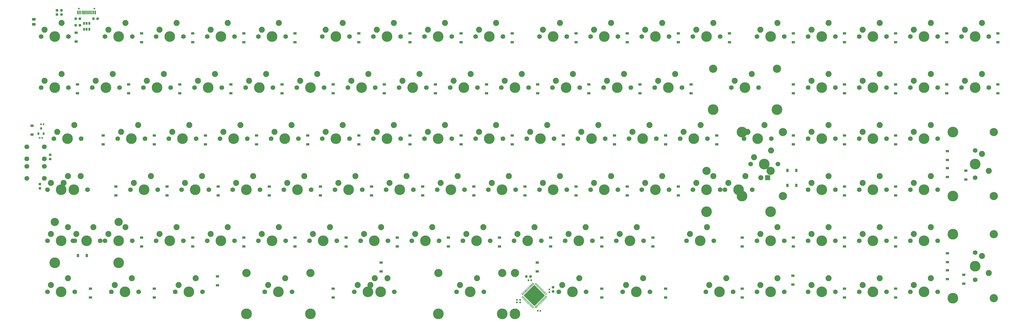
<source format=gbr>
G04 #@! TF.GenerationSoftware,KiCad,Pcbnew,(5.1.7)-1*
G04 #@! TF.CreationDate,2020-11-06T22:12:29-08:00*
G04 #@! TF.ProjectId,PCBV3,50434256-332e-46b6-9963-61645f706362,rev?*
G04 #@! TF.SameCoordinates,Original*
G04 #@! TF.FileFunction,Soldermask,Bot*
G04 #@! TF.FilePolarity,Negative*
%FSLAX46Y46*%
G04 Gerber Fmt 4.6, Leading zero omitted, Abs format (unit mm)*
G04 Created by KiCad (PCBNEW (5.1.7)-1) date 2020-11-06 22:12:29*
%MOMM*%
%LPD*%
G01*
G04 APERTURE LIST*
%ADD10C,2.250000*%
%ADD11C,3.987800*%
%ADD12C,1.750000*%
%ADD13C,3.048000*%
%ADD14R,1.905000X1.905000*%
%ADD15C,1.905000*%
%ADD16R,0.900000X1.200000*%
%ADD17R,0.650000X1.060000*%
%ADD18R,1.200000X0.900000*%
%ADD19R,0.600000X1.450000*%
%ADD20R,0.300000X1.450000*%
%ADD21C,0.650000*%
%ADD22R,0.800000X0.900000*%
%ADD23C,1.800000*%
G04 APERTURE END LIST*
D10*
X287496250Y-144145000D03*
D11*
X284956250Y-149225000D03*
D10*
X281146250Y-146685000D03*
D12*
X279876250Y-149225000D03*
X290036250Y-149225000D03*
D10*
X297021250Y-163195000D03*
D11*
X294481250Y-168275000D03*
D10*
X290671250Y-165735000D03*
D12*
X289401250Y-168275000D03*
X299561250Y-168275000D03*
D11*
X355282500Y-127762000D03*
X355282500Y-151638000D03*
D13*
X370522500Y-127762000D03*
X370522500Y-151638000D03*
D12*
X368617500Y-139700000D03*
X358457500Y-139700000D03*
D14*
X364807500Y-144780000D03*
D15*
X362267500Y-144780000D03*
D10*
X359727500Y-137160000D03*
D11*
X363537500Y-139700000D03*
D10*
X366077500Y-134620000D03*
X256568575Y-182245000D03*
D11*
X254028575Y-187325000D03*
D10*
X250218575Y-184785000D03*
D12*
X248948575Y-187325000D03*
X259108575Y-187325000D03*
D13*
X242122325Y-180340000D03*
X265934825Y-180340000D03*
D11*
X242122325Y-195580000D03*
X265934825Y-195580000D03*
D10*
X185102500Y-182245000D03*
D11*
X182562500Y-187325000D03*
D10*
X178752500Y-184785000D03*
D12*
X177482500Y-187325000D03*
X187642500Y-187325000D03*
D13*
X170656250Y-180340000D03*
X194468750Y-180340000D03*
D11*
X170656250Y-195580000D03*
X194468750Y-195580000D03*
D10*
X223202500Y-182245000D03*
D11*
X220662500Y-187325000D03*
D10*
X216852500Y-184785000D03*
D12*
X215582500Y-187325000D03*
X225742500Y-187325000D03*
D13*
X170662600Y-180340000D03*
X270662400Y-180340000D03*
D11*
X170662600Y-195580000D03*
X270662400Y-195580000D03*
D10*
X104140000Y-163195000D03*
D11*
X101600000Y-168275000D03*
D10*
X97790000Y-165735000D03*
D12*
X96520000Y-168275000D03*
X106680000Y-168275000D03*
D10*
X125571250Y-163195000D03*
D11*
X123031250Y-168275000D03*
D10*
X119221250Y-165735000D03*
D12*
X117951250Y-168275000D03*
X128111250Y-168275000D03*
D16*
X107887500Y-173831250D03*
X111187500Y-173831250D03*
D10*
X344646250Y-144145000D03*
D11*
X342106250Y-149225000D03*
D10*
X338296250Y-146685000D03*
D12*
X337026250Y-149225000D03*
X347186250Y-149225000D03*
D16*
X372206250Y-142081250D03*
X375506250Y-142081250D03*
D10*
X104140000Y-144145000D03*
D11*
X101600000Y-149225000D03*
D10*
X97790000Y-146685000D03*
D12*
X96520000Y-149225000D03*
X106680000Y-149225000D03*
D10*
X101758750Y-86995000D03*
D11*
X99218750Y-92075000D03*
D10*
X95408750Y-89535000D03*
D12*
X94138750Y-92075000D03*
X104298750Y-92075000D03*
D17*
X111125000Y-87165000D03*
X112075000Y-87165000D03*
X110175000Y-87165000D03*
X110175000Y-89365000D03*
X111125000Y-89365000D03*
X112075000Y-89365000D03*
G36*
G01*
X108173000Y-88140250D02*
X108173000Y-87627750D01*
G75*
G02*
X108391750Y-87409000I218750J0D01*
G01*
X108829250Y-87409000D01*
G75*
G02*
X109048000Y-87627750I0J-218750D01*
G01*
X109048000Y-88140250D01*
G75*
G02*
X108829250Y-88359000I-218750J0D01*
G01*
X108391750Y-88359000D01*
G75*
G02*
X108173000Y-88140250I0J218750D01*
G01*
G37*
G36*
G01*
X106598000Y-88140250D02*
X106598000Y-87627750D01*
G75*
G02*
X106816750Y-87409000I218750J0D01*
G01*
X107254250Y-87409000D01*
G75*
G02*
X107473000Y-87627750I0J-218750D01*
G01*
X107473000Y-88140250D01*
G75*
G02*
X107254250Y-88359000I-218750J0D01*
G01*
X106816750Y-88359000D01*
G75*
G02*
X106598000Y-88140250I0J218750D01*
G01*
G37*
G36*
G01*
X114777000Y-85727250D02*
X114777000Y-85214750D01*
G75*
G02*
X114995750Y-84996000I218750J0D01*
G01*
X115433250Y-84996000D01*
G75*
G02*
X115652000Y-85214750I0J-218750D01*
G01*
X115652000Y-85727250D01*
G75*
G02*
X115433250Y-85946000I-218750J0D01*
G01*
X114995750Y-85946000D01*
G75*
G02*
X114777000Y-85727250I0J218750D01*
G01*
G37*
G36*
G01*
X113202000Y-85727250D02*
X113202000Y-85214750D01*
G75*
G02*
X113420750Y-84996000I218750J0D01*
G01*
X113858250Y-84996000D01*
G75*
G02*
X114077000Y-85214750I0J-218750D01*
G01*
X114077000Y-85727250D01*
G75*
G02*
X113858250Y-85946000I-218750J0D01*
G01*
X113420750Y-85946000D01*
G75*
G02*
X113202000Y-85727250I0J218750D01*
G01*
G37*
G36*
G01*
X107473000Y-85214750D02*
X107473000Y-85727250D01*
G75*
G02*
X107254250Y-85946000I-218750J0D01*
G01*
X106816750Y-85946000D01*
G75*
G02*
X106598000Y-85727250I0J218750D01*
G01*
X106598000Y-85214750D01*
G75*
G02*
X106816750Y-84996000I218750J0D01*
G01*
X107254250Y-84996000D01*
G75*
G02*
X107473000Y-85214750I0J-218750D01*
G01*
G37*
G36*
G01*
X109048000Y-85214750D02*
X109048000Y-85727250D01*
G75*
G02*
X108829250Y-85946000I-218750J0D01*
G01*
X108391750Y-85946000D01*
G75*
G02*
X108173000Y-85727250I0J218750D01*
G01*
X108173000Y-85214750D01*
G75*
G02*
X108391750Y-84996000I218750J0D01*
G01*
X108829250Y-84996000D01*
G75*
G02*
X109048000Y-85214750I0J-218750D01*
G01*
G37*
G36*
G01*
X101464400Y-83458800D02*
X101976900Y-83458800D01*
G75*
G02*
X102195650Y-83677550I0J-218750D01*
G01*
X102195650Y-84115050D01*
G75*
G02*
X101976900Y-84333800I-218750J0D01*
G01*
X101464400Y-84333800D01*
G75*
G02*
X101245650Y-84115050I0J218750D01*
G01*
X101245650Y-83677550D01*
G75*
G02*
X101464400Y-83458800I218750J0D01*
G01*
G37*
G36*
G01*
X101464400Y-81883800D02*
X101976900Y-81883800D01*
G75*
G02*
X102195650Y-82102550I0J-218750D01*
G01*
X102195650Y-82540050D01*
G75*
G02*
X101976900Y-82758800I-218750J0D01*
G01*
X101464400Y-82758800D01*
G75*
G02*
X101245650Y-82540050I0J218750D01*
G01*
X101245650Y-82102550D01*
G75*
G02*
X101464400Y-81883800I218750J0D01*
G01*
G37*
G36*
G01*
X100325900Y-82758800D02*
X99813400Y-82758800D01*
G75*
G02*
X99594650Y-82540050I0J218750D01*
G01*
X99594650Y-82102550D01*
G75*
G02*
X99813400Y-81883800I218750J0D01*
G01*
X100325900Y-81883800D01*
G75*
G02*
X100544650Y-82102550I0J-218750D01*
G01*
X100544650Y-82540050D01*
G75*
G02*
X100325900Y-82758800I-218750J0D01*
G01*
G37*
G36*
G01*
X100325900Y-84333800D02*
X99813400Y-84333800D01*
G75*
G02*
X99594650Y-84115050I0J218750D01*
G01*
X99594650Y-83677550D01*
G75*
G02*
X99813400Y-83458800I218750J0D01*
G01*
X100325900Y-83458800D01*
G75*
G02*
X100544650Y-83677550I0J-218750D01*
G01*
X100544650Y-84115050D01*
G75*
G02*
X100325900Y-84333800I-218750J0D01*
G01*
G37*
D10*
X125571250Y-86995000D03*
D11*
X123031250Y-92075000D03*
D10*
X119221250Y-89535000D03*
D12*
X117951250Y-92075000D03*
X128111250Y-92075000D03*
D18*
X90773250Y-128713500D03*
X90773250Y-125413500D03*
D10*
X447198750Y-142240000D03*
D11*
X442118750Y-139700000D03*
D10*
X444658750Y-135890000D03*
D12*
X442118750Y-134620000D03*
X442118750Y-144780000D03*
D13*
X449103750Y-127793750D03*
X449103750Y-151606250D03*
D11*
X433863750Y-127793750D03*
X433863750Y-151606250D03*
D10*
X106521250Y-125095000D03*
D11*
X103981250Y-130175000D03*
D10*
X100171250Y-127635000D03*
D12*
X98901250Y-130175000D03*
X109061250Y-130175000D03*
D10*
X339883750Y-125095000D03*
D11*
X337343750Y-130175000D03*
D10*
X333533750Y-127635000D03*
D12*
X332263750Y-130175000D03*
X342423750Y-130175000D03*
D10*
X320833750Y-125095000D03*
D11*
X318293750Y-130175000D03*
D10*
X314483750Y-127635000D03*
D12*
X313213750Y-130175000D03*
X323373750Y-130175000D03*
D10*
X301783750Y-125095000D03*
D11*
X299243750Y-130175000D03*
D10*
X295433750Y-127635000D03*
D12*
X294163750Y-130175000D03*
X304323750Y-130175000D03*
D10*
X282733750Y-125095000D03*
D11*
X280193750Y-130175000D03*
D10*
X276383750Y-127635000D03*
D12*
X275113750Y-130175000D03*
X285273750Y-130175000D03*
D10*
X263683750Y-125095000D03*
D11*
X261143750Y-130175000D03*
D10*
X257333750Y-127635000D03*
D12*
X256063750Y-130175000D03*
X266223750Y-130175000D03*
D10*
X244633750Y-125095000D03*
D11*
X242093750Y-130175000D03*
D10*
X238283750Y-127635000D03*
D12*
X237013750Y-130175000D03*
X247173750Y-130175000D03*
D10*
X225583750Y-125095000D03*
D11*
X223043750Y-130175000D03*
D10*
X219233750Y-127635000D03*
D12*
X217963750Y-130175000D03*
X228123750Y-130175000D03*
D10*
X206533750Y-125095000D03*
D11*
X203993750Y-130175000D03*
D10*
X200183750Y-127635000D03*
D12*
X198913750Y-130175000D03*
X209073750Y-130175000D03*
D10*
X187483750Y-125095000D03*
D11*
X184943750Y-130175000D03*
D10*
X181133750Y-127635000D03*
D12*
X179863750Y-130175000D03*
X190023750Y-130175000D03*
D10*
X168433750Y-125095000D03*
D11*
X165893750Y-130175000D03*
D10*
X162083750Y-127635000D03*
D12*
X160813750Y-130175000D03*
X170973750Y-130175000D03*
D10*
X149383750Y-125095000D03*
D11*
X146843750Y-130175000D03*
D10*
X143033750Y-127635000D03*
D12*
X141763750Y-130175000D03*
X151923750Y-130175000D03*
D10*
X130333750Y-125095000D03*
D11*
X127793750Y-130175000D03*
D10*
X123983750Y-127635000D03*
D12*
X122713750Y-130175000D03*
X132873750Y-130175000D03*
D10*
X447198750Y-180340000D03*
D11*
X442118750Y-177800000D03*
D10*
X444658750Y-173990000D03*
D12*
X442118750Y-172720000D03*
X442118750Y-182880000D03*
D13*
X449103750Y-165893750D03*
X449103750Y-189706250D03*
D11*
X433863750Y-165893750D03*
X433863750Y-189706250D03*
D10*
X425608750Y-182245000D03*
D11*
X423068750Y-187325000D03*
D10*
X419258750Y-184785000D03*
D12*
X417988750Y-187325000D03*
X428148750Y-187325000D03*
D10*
X406558750Y-182245000D03*
D11*
X404018750Y-187325000D03*
D10*
X400208750Y-184785000D03*
D12*
X398938750Y-187325000D03*
X409098750Y-187325000D03*
D10*
X387508750Y-182245000D03*
D11*
X384968750Y-187325000D03*
D10*
X381158750Y-184785000D03*
D12*
X379888750Y-187325000D03*
X390048750Y-187325000D03*
D10*
X368458750Y-182245000D03*
D11*
X365918750Y-187325000D03*
D10*
X362108750Y-184785000D03*
D12*
X360838750Y-187325000D03*
X370998750Y-187325000D03*
D10*
X349408750Y-182245000D03*
D11*
X346868750Y-187325000D03*
D10*
X343058750Y-184785000D03*
D12*
X341788750Y-187325000D03*
X351948750Y-187325000D03*
D10*
X318452500Y-182245000D03*
D11*
X315912500Y-187325000D03*
D10*
X312102500Y-184785000D03*
D12*
X310832500Y-187325000D03*
X320992500Y-187325000D03*
D10*
X294640000Y-182245000D03*
D11*
X292100000Y-187325000D03*
D10*
X288290000Y-184785000D03*
D12*
X287020000Y-187325000D03*
X297180000Y-187325000D03*
D10*
X218440000Y-182245000D03*
D11*
X215900000Y-187325000D03*
D10*
X212090000Y-184785000D03*
D12*
X210820000Y-187325000D03*
X220980000Y-187325000D03*
D10*
X151765000Y-182245000D03*
D11*
X149225000Y-187325000D03*
D10*
X145415000Y-184785000D03*
D12*
X144145000Y-187325000D03*
X154305000Y-187325000D03*
D10*
X127952500Y-182245000D03*
D11*
X125412500Y-187325000D03*
D10*
X121602500Y-184785000D03*
D12*
X120332500Y-187325000D03*
X130492500Y-187325000D03*
D10*
X104140000Y-182245000D03*
D11*
X101600000Y-187325000D03*
D10*
X97790000Y-184785000D03*
D12*
X96520000Y-187325000D03*
X106680000Y-187325000D03*
D10*
X425608750Y-163195000D03*
D11*
X423068750Y-168275000D03*
D10*
X419258750Y-165735000D03*
D12*
X417988750Y-168275000D03*
X428148750Y-168275000D03*
D10*
X406558750Y-163195000D03*
D11*
X404018750Y-168275000D03*
D10*
X400208750Y-165735000D03*
D12*
X398938750Y-168275000D03*
X409098750Y-168275000D03*
D10*
X387508750Y-163195000D03*
D11*
X384968750Y-168275000D03*
D10*
X381158750Y-165735000D03*
D12*
X379888750Y-168275000D03*
X390048750Y-168275000D03*
D10*
X368458750Y-163195000D03*
D11*
X365918750Y-168275000D03*
D10*
X362108750Y-165735000D03*
D12*
X360838750Y-168275000D03*
X370998750Y-168275000D03*
D10*
X342265000Y-163195000D03*
D11*
X339725000Y-168275000D03*
D10*
X335915000Y-165735000D03*
D12*
X334645000Y-168275000D03*
X344805000Y-168275000D03*
D10*
X316071250Y-163195000D03*
D11*
X313531250Y-168275000D03*
D10*
X309721250Y-165735000D03*
D12*
X308451250Y-168275000D03*
X318611250Y-168275000D03*
D10*
X277971250Y-163195000D03*
D11*
X275431250Y-168275000D03*
D10*
X271621250Y-165735000D03*
D12*
X270351250Y-168275000D03*
X280511250Y-168275000D03*
D10*
X258921250Y-163195000D03*
D11*
X256381250Y-168275000D03*
D10*
X252571250Y-165735000D03*
D12*
X251301250Y-168275000D03*
X261461250Y-168275000D03*
D10*
X239871250Y-163195000D03*
D11*
X237331250Y-168275000D03*
D10*
X233521250Y-165735000D03*
D12*
X232251250Y-168275000D03*
X242411250Y-168275000D03*
D10*
X220821250Y-163195000D03*
D11*
X218281250Y-168275000D03*
D10*
X214471250Y-165735000D03*
D12*
X213201250Y-168275000D03*
X223361250Y-168275000D03*
D10*
X201771250Y-163195000D03*
D11*
X199231250Y-168275000D03*
D10*
X195421250Y-165735000D03*
D12*
X194151250Y-168275000D03*
X204311250Y-168275000D03*
D10*
X182721250Y-163195000D03*
D11*
X180181250Y-168275000D03*
D10*
X176371250Y-165735000D03*
D12*
X175101250Y-168275000D03*
X185261250Y-168275000D03*
D10*
X163671250Y-163195000D03*
D11*
X161131250Y-168275000D03*
D10*
X157321250Y-165735000D03*
D12*
X156051250Y-168275000D03*
X166211250Y-168275000D03*
D10*
X144621250Y-163195000D03*
D11*
X142081250Y-168275000D03*
D10*
X138271250Y-165735000D03*
D12*
X137001250Y-168275000D03*
X147161250Y-168275000D03*
D10*
X113665000Y-163195000D03*
D11*
X111125000Y-168275000D03*
D10*
X107315000Y-165735000D03*
D12*
X106045000Y-168275000D03*
X116205000Y-168275000D03*
D13*
X99218750Y-161290000D03*
X123031250Y-161290000D03*
D11*
X99218750Y-176530000D03*
X123031250Y-176530000D03*
D10*
X425608750Y-144145000D03*
D11*
X423068750Y-149225000D03*
D10*
X419258750Y-146685000D03*
D12*
X417988750Y-149225000D03*
X428148750Y-149225000D03*
D10*
X406558750Y-144145000D03*
D11*
X404018750Y-149225000D03*
D10*
X400208750Y-146685000D03*
D12*
X398938750Y-149225000D03*
X409098750Y-149225000D03*
D10*
X387508750Y-144145000D03*
D11*
X384968750Y-149225000D03*
D10*
X381158750Y-146685000D03*
D12*
X379888750Y-149225000D03*
X390048750Y-149225000D03*
D10*
X356552500Y-144145000D03*
D11*
X354012500Y-149225000D03*
D10*
X350202500Y-146685000D03*
D12*
X348932500Y-149225000D03*
X359092500Y-149225000D03*
D13*
X342106250Y-142240000D03*
X365918750Y-142240000D03*
D11*
X342106250Y-157480000D03*
X365918750Y-157480000D03*
D10*
X325596250Y-144145000D03*
D11*
X323056250Y-149225000D03*
D10*
X319246250Y-146685000D03*
D12*
X317976250Y-149225000D03*
X328136250Y-149225000D03*
D10*
X306546250Y-144145000D03*
D11*
X304006250Y-149225000D03*
D10*
X300196250Y-146685000D03*
D12*
X298926250Y-149225000D03*
X309086250Y-149225000D03*
D10*
X268446250Y-144145000D03*
D11*
X265906250Y-149225000D03*
D10*
X262096250Y-146685000D03*
D12*
X260826250Y-149225000D03*
X270986250Y-149225000D03*
D10*
X249396250Y-144145000D03*
D11*
X246856250Y-149225000D03*
D10*
X243046250Y-146685000D03*
D12*
X241776250Y-149225000D03*
X251936250Y-149225000D03*
D10*
X230346250Y-144145000D03*
D11*
X227806250Y-149225000D03*
D10*
X223996250Y-146685000D03*
D12*
X222726250Y-149225000D03*
X232886250Y-149225000D03*
D10*
X211296250Y-144145000D03*
D11*
X208756250Y-149225000D03*
D10*
X204946250Y-146685000D03*
D12*
X203676250Y-149225000D03*
X213836250Y-149225000D03*
D10*
X192246250Y-144145000D03*
D11*
X189706250Y-149225000D03*
D10*
X185896250Y-146685000D03*
D12*
X184626250Y-149225000D03*
X194786250Y-149225000D03*
D10*
X173196250Y-144145000D03*
D11*
X170656250Y-149225000D03*
D10*
X166846250Y-146685000D03*
D12*
X165576250Y-149225000D03*
X175736250Y-149225000D03*
D10*
X154146250Y-144145000D03*
D11*
X151606250Y-149225000D03*
D10*
X147796250Y-146685000D03*
D12*
X146526250Y-149225000D03*
X156686250Y-149225000D03*
D10*
X135096250Y-144145000D03*
D11*
X132556250Y-149225000D03*
D10*
X128746250Y-146685000D03*
D12*
X127476250Y-149225000D03*
X137636250Y-149225000D03*
D10*
X108902500Y-144145000D03*
D11*
X106362500Y-149225000D03*
D10*
X102552500Y-146685000D03*
D12*
X101282500Y-149225000D03*
X111442500Y-149225000D03*
D10*
X425608750Y-125095000D03*
D11*
X423068750Y-130175000D03*
D10*
X419258750Y-127635000D03*
D12*
X417988750Y-130175000D03*
X428148750Y-130175000D03*
D10*
X406558750Y-125095000D03*
D11*
X404018750Y-130175000D03*
D10*
X400208750Y-127635000D03*
D12*
X398938750Y-130175000D03*
X409098750Y-130175000D03*
D10*
X387508750Y-125095000D03*
D11*
X384968750Y-130175000D03*
D10*
X381158750Y-127635000D03*
D12*
X379888750Y-130175000D03*
X390048750Y-130175000D03*
D10*
X363696250Y-125095000D03*
D11*
X361156250Y-130175000D03*
D10*
X357346250Y-127635000D03*
D12*
X356076250Y-130175000D03*
X366236250Y-130175000D03*
D10*
X444658750Y-106045000D03*
D11*
X442118750Y-111125000D03*
D10*
X438308750Y-108585000D03*
D12*
X437038750Y-111125000D03*
X447198750Y-111125000D03*
D10*
X425608750Y-106045000D03*
D11*
X423068750Y-111125000D03*
D10*
X419258750Y-108585000D03*
D12*
X417988750Y-111125000D03*
X428148750Y-111125000D03*
D10*
X406558750Y-106045000D03*
D11*
X404018750Y-111125000D03*
D10*
X400208750Y-108585000D03*
D12*
X398938750Y-111125000D03*
X409098750Y-111125000D03*
D10*
X387508750Y-106045000D03*
D11*
X384968750Y-111125000D03*
D10*
X381158750Y-108585000D03*
D12*
X379888750Y-111125000D03*
X390048750Y-111125000D03*
D10*
X358933750Y-106045000D03*
D11*
X356393750Y-111125000D03*
D10*
X352583750Y-108585000D03*
D12*
X351313750Y-111125000D03*
X361473750Y-111125000D03*
D13*
X344487500Y-104140000D03*
X368300000Y-104140000D03*
D11*
X344487500Y-119380000D03*
X368300000Y-119380000D03*
D10*
X330358750Y-106045000D03*
D11*
X327818750Y-111125000D03*
D10*
X324008750Y-108585000D03*
D12*
X322738750Y-111125000D03*
X332898750Y-111125000D03*
D10*
X311308750Y-106045000D03*
D11*
X308768750Y-111125000D03*
D10*
X304958750Y-108585000D03*
D12*
X303688750Y-111125000D03*
X313848750Y-111125000D03*
D10*
X292258750Y-106045000D03*
D11*
X289718750Y-111125000D03*
D10*
X285908750Y-108585000D03*
D12*
X284638750Y-111125000D03*
X294798750Y-111125000D03*
D10*
X273208750Y-106045000D03*
D11*
X270668750Y-111125000D03*
D10*
X266858750Y-108585000D03*
D12*
X265588750Y-111125000D03*
X275748750Y-111125000D03*
D10*
X254158750Y-106045000D03*
D11*
X251618750Y-111125000D03*
D10*
X247808750Y-108585000D03*
D12*
X246538750Y-111125000D03*
X256698750Y-111125000D03*
D10*
X235108750Y-106045000D03*
D11*
X232568750Y-111125000D03*
D10*
X228758750Y-108585000D03*
D12*
X227488750Y-111125000D03*
X237648750Y-111125000D03*
D10*
X216058750Y-106045000D03*
D11*
X213518750Y-111125000D03*
D10*
X209708750Y-108585000D03*
D12*
X208438750Y-111125000D03*
X218598750Y-111125000D03*
D10*
X197008750Y-106045000D03*
D11*
X194468750Y-111125000D03*
D10*
X190658750Y-108585000D03*
D12*
X189388750Y-111125000D03*
X199548750Y-111125000D03*
D10*
X177958750Y-106045000D03*
D11*
X175418750Y-111125000D03*
D10*
X171608750Y-108585000D03*
D12*
X170338750Y-111125000D03*
X180498750Y-111125000D03*
D10*
X158908750Y-106045000D03*
D11*
X156368750Y-111125000D03*
D10*
X152558750Y-108585000D03*
D12*
X151288750Y-111125000D03*
X161448750Y-111125000D03*
D10*
X139858750Y-106045000D03*
D11*
X137318750Y-111125000D03*
D10*
X133508750Y-108585000D03*
D12*
X132238750Y-111125000D03*
X142398750Y-111125000D03*
D10*
X120808750Y-106045000D03*
D11*
X118268750Y-111125000D03*
D10*
X114458750Y-108585000D03*
D12*
X113188750Y-111125000D03*
X123348750Y-111125000D03*
D10*
X101758750Y-106045000D03*
D11*
X99218750Y-111125000D03*
D10*
X95408750Y-108585000D03*
D12*
X94138750Y-111125000D03*
X104298750Y-111125000D03*
D10*
X444658750Y-86995000D03*
D11*
X442118750Y-92075000D03*
D10*
X438308750Y-89535000D03*
D12*
X437038750Y-92075000D03*
X447198750Y-92075000D03*
D10*
X425608750Y-86995000D03*
D11*
X423068750Y-92075000D03*
D10*
X419258750Y-89535000D03*
D12*
X417988750Y-92075000D03*
X428148750Y-92075000D03*
D10*
X406558750Y-86995000D03*
D11*
X404018750Y-92075000D03*
D10*
X400208750Y-89535000D03*
D12*
X398938750Y-92075000D03*
X409098750Y-92075000D03*
D10*
X387508750Y-86995000D03*
D11*
X384968750Y-92075000D03*
D10*
X381158750Y-89535000D03*
D12*
X379888750Y-92075000D03*
X390048750Y-92075000D03*
D10*
X368458750Y-86995000D03*
D11*
X365918750Y-92075000D03*
D10*
X362108750Y-89535000D03*
D12*
X360838750Y-92075000D03*
X370998750Y-92075000D03*
D10*
X344646250Y-86995000D03*
D11*
X342106250Y-92075000D03*
D10*
X338296250Y-89535000D03*
D12*
X337026250Y-92075000D03*
X347186250Y-92075000D03*
D10*
X325596250Y-86995000D03*
D11*
X323056250Y-92075000D03*
D10*
X319246250Y-89535000D03*
D12*
X317976250Y-92075000D03*
X328136250Y-92075000D03*
D10*
X306546250Y-86995000D03*
D11*
X304006250Y-92075000D03*
D10*
X300196250Y-89535000D03*
D12*
X298926250Y-92075000D03*
X309086250Y-92075000D03*
D10*
X287496250Y-86995000D03*
D11*
X284956250Y-92075000D03*
D10*
X281146250Y-89535000D03*
D12*
X279876250Y-92075000D03*
X290036250Y-92075000D03*
D10*
X263683750Y-86995000D03*
D11*
X261143750Y-92075000D03*
D10*
X257333750Y-89535000D03*
D12*
X256063750Y-92075000D03*
X266223750Y-92075000D03*
D10*
X244633750Y-86995000D03*
D11*
X242093750Y-92075000D03*
D10*
X238283750Y-89535000D03*
D12*
X237013750Y-92075000D03*
X247173750Y-92075000D03*
D10*
X225583750Y-86995000D03*
D11*
X223043750Y-92075000D03*
D10*
X219233750Y-89535000D03*
D12*
X217963750Y-92075000D03*
X228123750Y-92075000D03*
D10*
X206533750Y-86995000D03*
D11*
X203993750Y-92075000D03*
D10*
X200183750Y-89535000D03*
D12*
X198913750Y-92075000D03*
X209073750Y-92075000D03*
D10*
X182721250Y-86995000D03*
D11*
X180181250Y-92075000D03*
D10*
X176371250Y-89535000D03*
D12*
X175101250Y-92075000D03*
X185261250Y-92075000D03*
D10*
X163671250Y-86995000D03*
D11*
X161131250Y-92075000D03*
D10*
X157321250Y-89535000D03*
D12*
X156051250Y-92075000D03*
X166211250Y-92075000D03*
D10*
X144621250Y-86995000D03*
D11*
X142081250Y-92075000D03*
D10*
X138271250Y-89535000D03*
D12*
X137001250Y-92075000D03*
X147161250Y-92075000D03*
D19*
X114350000Y-83101250D03*
X107900000Y-83101250D03*
X113575000Y-83101250D03*
X108675000Y-83101250D03*
D20*
X109375000Y-83101250D03*
X112875000Y-83101250D03*
X109875000Y-83101250D03*
X112375000Y-83101250D03*
X110375000Y-83101250D03*
X111875000Y-83101250D03*
X111375000Y-83101250D03*
X110875000Y-83101250D03*
D21*
X114015000Y-81656250D03*
X108235000Y-81656250D03*
D22*
X94126050Y-126355600D03*
X93176050Y-128355600D03*
X95076050Y-128355600D03*
G36*
G01*
X278571314Y-193449475D02*
X278040984Y-192919145D01*
G75*
G02*
X278040984Y-192830757I44194J44194D01*
G01*
X278129372Y-192742369D01*
G75*
G02*
X278217760Y-192742369I44194J-44194D01*
G01*
X278748090Y-193272699D01*
G75*
G02*
X278748090Y-193361087I-44194J-44194D01*
G01*
X278659702Y-193449475D01*
G75*
G02*
X278571314Y-193449475I-44194J44194D01*
G01*
G37*
G36*
G01*
X278924867Y-193095922D02*
X278394537Y-192565592D01*
G75*
G02*
X278394537Y-192477204I44194J44194D01*
G01*
X278482925Y-192388816D01*
G75*
G02*
X278571313Y-192388816I44194J-44194D01*
G01*
X279101643Y-192919146D01*
G75*
G02*
X279101643Y-193007534I-44194J-44194D01*
G01*
X279013255Y-193095922D01*
G75*
G02*
X278924867Y-193095922I-44194J44194D01*
G01*
G37*
G36*
G01*
X279278421Y-192742368D02*
X278748091Y-192212038D01*
G75*
G02*
X278748091Y-192123650I44194J44194D01*
G01*
X278836479Y-192035262D01*
G75*
G02*
X278924867Y-192035262I44194J-44194D01*
G01*
X279455197Y-192565592D01*
G75*
G02*
X279455197Y-192653980I-44194J-44194D01*
G01*
X279366809Y-192742368D01*
G75*
G02*
X279278421Y-192742368I-44194J44194D01*
G01*
G37*
G36*
G01*
X279631974Y-192388815D02*
X279101644Y-191858485D01*
G75*
G02*
X279101644Y-191770097I44194J44194D01*
G01*
X279190032Y-191681709D01*
G75*
G02*
X279278420Y-191681709I44194J-44194D01*
G01*
X279808750Y-192212039D01*
G75*
G02*
X279808750Y-192300427I-44194J-44194D01*
G01*
X279720362Y-192388815D01*
G75*
G02*
X279631974Y-192388815I-44194J44194D01*
G01*
G37*
G36*
G01*
X279985527Y-192035262D02*
X279455197Y-191504932D01*
G75*
G02*
X279455197Y-191416544I44194J44194D01*
G01*
X279543585Y-191328156D01*
G75*
G02*
X279631973Y-191328156I44194J-44194D01*
G01*
X280162303Y-191858486D01*
G75*
G02*
X280162303Y-191946874I-44194J-44194D01*
G01*
X280073915Y-192035262D01*
G75*
G02*
X279985527Y-192035262I-44194J44194D01*
G01*
G37*
G36*
G01*
X280339081Y-191681708D02*
X279808751Y-191151378D01*
G75*
G02*
X279808751Y-191062990I44194J44194D01*
G01*
X279897139Y-190974602D01*
G75*
G02*
X279985527Y-190974602I44194J-44194D01*
G01*
X280515857Y-191504932D01*
G75*
G02*
X280515857Y-191593320I-44194J-44194D01*
G01*
X280427469Y-191681708D01*
G75*
G02*
X280339081Y-191681708I-44194J44194D01*
G01*
G37*
G36*
G01*
X280692634Y-191328155D02*
X280162304Y-190797825D01*
G75*
G02*
X280162304Y-190709437I44194J44194D01*
G01*
X280250692Y-190621049D01*
G75*
G02*
X280339080Y-190621049I44194J-44194D01*
G01*
X280869410Y-191151379D01*
G75*
G02*
X280869410Y-191239767I-44194J-44194D01*
G01*
X280781022Y-191328155D01*
G75*
G02*
X280692634Y-191328155I-44194J44194D01*
G01*
G37*
G36*
G01*
X281046188Y-190974601D02*
X280515858Y-190444271D01*
G75*
G02*
X280515858Y-190355883I44194J44194D01*
G01*
X280604246Y-190267495D01*
G75*
G02*
X280692634Y-190267495I44194J-44194D01*
G01*
X281222964Y-190797825D01*
G75*
G02*
X281222964Y-190886213I-44194J-44194D01*
G01*
X281134576Y-190974601D01*
G75*
G02*
X281046188Y-190974601I-44194J44194D01*
G01*
G37*
G36*
G01*
X281399741Y-190621048D02*
X280869411Y-190090718D01*
G75*
G02*
X280869411Y-190002330I44194J44194D01*
G01*
X280957799Y-189913942D01*
G75*
G02*
X281046187Y-189913942I44194J-44194D01*
G01*
X281576517Y-190444272D01*
G75*
G02*
X281576517Y-190532660I-44194J-44194D01*
G01*
X281488129Y-190621048D01*
G75*
G02*
X281399741Y-190621048I-44194J44194D01*
G01*
G37*
G36*
G01*
X281753294Y-190267495D02*
X281222964Y-189737165D01*
G75*
G02*
X281222964Y-189648777I44194J44194D01*
G01*
X281311352Y-189560389D01*
G75*
G02*
X281399740Y-189560389I44194J-44194D01*
G01*
X281930070Y-190090719D01*
G75*
G02*
X281930070Y-190179107I-44194J-44194D01*
G01*
X281841682Y-190267495D01*
G75*
G02*
X281753294Y-190267495I-44194J44194D01*
G01*
G37*
G36*
G01*
X282106848Y-189913941D02*
X281576518Y-189383611D01*
G75*
G02*
X281576518Y-189295223I44194J44194D01*
G01*
X281664906Y-189206835D01*
G75*
G02*
X281753294Y-189206835I44194J-44194D01*
G01*
X282283624Y-189737165D01*
G75*
G02*
X282283624Y-189825553I-44194J-44194D01*
G01*
X282195236Y-189913941D01*
G75*
G02*
X282106848Y-189913941I-44194J44194D01*
G01*
G37*
G36*
G01*
X282460401Y-189560388D02*
X281930071Y-189030058D01*
G75*
G02*
X281930071Y-188941670I44194J44194D01*
G01*
X282018459Y-188853282D01*
G75*
G02*
X282106847Y-188853282I44194J-44194D01*
G01*
X282637177Y-189383612D01*
G75*
G02*
X282637177Y-189472000I-44194J-44194D01*
G01*
X282548789Y-189560388D01*
G75*
G02*
X282460401Y-189560388I-44194J44194D01*
G01*
G37*
G36*
G01*
X282018459Y-188588116D02*
X281930071Y-188499728D01*
G75*
G02*
X281930071Y-188411340I44194J44194D01*
G01*
X282460401Y-187881010D01*
G75*
G02*
X282548789Y-187881010I44194J-44194D01*
G01*
X282637177Y-187969398D01*
G75*
G02*
X282637177Y-188057786I-44194J-44194D01*
G01*
X282106847Y-188588116D01*
G75*
G02*
X282018459Y-188588116I-44194J44194D01*
G01*
G37*
G36*
G01*
X281664906Y-188234563D02*
X281576518Y-188146175D01*
G75*
G02*
X281576518Y-188057787I44194J44194D01*
G01*
X282106848Y-187527457D01*
G75*
G02*
X282195236Y-187527457I44194J-44194D01*
G01*
X282283624Y-187615845D01*
G75*
G02*
X282283624Y-187704233I-44194J-44194D01*
G01*
X281753294Y-188234563D01*
G75*
G02*
X281664906Y-188234563I-44194J44194D01*
G01*
G37*
G36*
G01*
X281311352Y-187881009D02*
X281222964Y-187792621D01*
G75*
G02*
X281222964Y-187704233I44194J44194D01*
G01*
X281753294Y-187173903D01*
G75*
G02*
X281841682Y-187173903I44194J-44194D01*
G01*
X281930070Y-187262291D01*
G75*
G02*
X281930070Y-187350679I-44194J-44194D01*
G01*
X281399740Y-187881009D01*
G75*
G02*
X281311352Y-187881009I-44194J44194D01*
G01*
G37*
G36*
G01*
X280957799Y-187527456D02*
X280869411Y-187439068D01*
G75*
G02*
X280869411Y-187350680I44194J44194D01*
G01*
X281399741Y-186820350D01*
G75*
G02*
X281488129Y-186820350I44194J-44194D01*
G01*
X281576517Y-186908738D01*
G75*
G02*
X281576517Y-186997126I-44194J-44194D01*
G01*
X281046187Y-187527456D01*
G75*
G02*
X280957799Y-187527456I-44194J44194D01*
G01*
G37*
G36*
G01*
X280604246Y-187173903D02*
X280515858Y-187085515D01*
G75*
G02*
X280515858Y-186997127I44194J44194D01*
G01*
X281046188Y-186466797D01*
G75*
G02*
X281134576Y-186466797I44194J-44194D01*
G01*
X281222964Y-186555185D01*
G75*
G02*
X281222964Y-186643573I-44194J-44194D01*
G01*
X280692634Y-187173903D01*
G75*
G02*
X280604246Y-187173903I-44194J44194D01*
G01*
G37*
G36*
G01*
X280250692Y-186820349D02*
X280162304Y-186731961D01*
G75*
G02*
X280162304Y-186643573I44194J44194D01*
G01*
X280692634Y-186113243D01*
G75*
G02*
X280781022Y-186113243I44194J-44194D01*
G01*
X280869410Y-186201631D01*
G75*
G02*
X280869410Y-186290019I-44194J-44194D01*
G01*
X280339080Y-186820349D01*
G75*
G02*
X280250692Y-186820349I-44194J44194D01*
G01*
G37*
G36*
G01*
X279897139Y-186466796D02*
X279808751Y-186378408D01*
G75*
G02*
X279808751Y-186290020I44194J44194D01*
G01*
X280339081Y-185759690D01*
G75*
G02*
X280427469Y-185759690I44194J-44194D01*
G01*
X280515857Y-185848078D01*
G75*
G02*
X280515857Y-185936466I-44194J-44194D01*
G01*
X279985527Y-186466796D01*
G75*
G02*
X279897139Y-186466796I-44194J44194D01*
G01*
G37*
G36*
G01*
X279543585Y-186113242D02*
X279455197Y-186024854D01*
G75*
G02*
X279455197Y-185936466I44194J44194D01*
G01*
X279985527Y-185406136D01*
G75*
G02*
X280073915Y-185406136I44194J-44194D01*
G01*
X280162303Y-185494524D01*
G75*
G02*
X280162303Y-185582912I-44194J-44194D01*
G01*
X279631973Y-186113242D01*
G75*
G02*
X279543585Y-186113242I-44194J44194D01*
G01*
G37*
G36*
G01*
X279190032Y-185759689D02*
X279101644Y-185671301D01*
G75*
G02*
X279101644Y-185582913I44194J44194D01*
G01*
X279631974Y-185052583D01*
G75*
G02*
X279720362Y-185052583I44194J-44194D01*
G01*
X279808750Y-185140971D01*
G75*
G02*
X279808750Y-185229359I-44194J-44194D01*
G01*
X279278420Y-185759689D01*
G75*
G02*
X279190032Y-185759689I-44194J44194D01*
G01*
G37*
G36*
G01*
X278836479Y-185406136D02*
X278748091Y-185317748D01*
G75*
G02*
X278748091Y-185229360I44194J44194D01*
G01*
X279278421Y-184699030D01*
G75*
G02*
X279366809Y-184699030I44194J-44194D01*
G01*
X279455197Y-184787418D01*
G75*
G02*
X279455197Y-184875806I-44194J-44194D01*
G01*
X278924867Y-185406136D01*
G75*
G02*
X278836479Y-185406136I-44194J44194D01*
G01*
G37*
G36*
G01*
X278482925Y-185052582D02*
X278394537Y-184964194D01*
G75*
G02*
X278394537Y-184875806I44194J44194D01*
G01*
X278924867Y-184345476D01*
G75*
G02*
X279013255Y-184345476I44194J-44194D01*
G01*
X279101643Y-184433864D01*
G75*
G02*
X279101643Y-184522252I-44194J-44194D01*
G01*
X278571313Y-185052582D01*
G75*
G02*
X278482925Y-185052582I-44194J44194D01*
G01*
G37*
G36*
G01*
X278129372Y-184699029D02*
X278040984Y-184610641D01*
G75*
G02*
X278040984Y-184522253I44194J44194D01*
G01*
X278571314Y-183991923D01*
G75*
G02*
X278659702Y-183991923I44194J-44194D01*
G01*
X278748090Y-184080311D01*
G75*
G02*
X278748090Y-184168699I-44194J-44194D01*
G01*
X278217760Y-184699029D01*
G75*
G02*
X278129372Y-184699029I-44194J44194D01*
G01*
G37*
G36*
G01*
X277599042Y-184699029D02*
X277068712Y-184168699D01*
G75*
G02*
X277068712Y-184080311I44194J44194D01*
G01*
X277157100Y-183991923D01*
G75*
G02*
X277245488Y-183991923I44194J-44194D01*
G01*
X277775818Y-184522253D01*
G75*
G02*
X277775818Y-184610641I-44194J-44194D01*
G01*
X277687430Y-184699029D01*
G75*
G02*
X277599042Y-184699029I-44194J44194D01*
G01*
G37*
G36*
G01*
X277245489Y-185052582D02*
X276715159Y-184522252D01*
G75*
G02*
X276715159Y-184433864I44194J44194D01*
G01*
X276803547Y-184345476D01*
G75*
G02*
X276891935Y-184345476I44194J-44194D01*
G01*
X277422265Y-184875806D01*
G75*
G02*
X277422265Y-184964194I-44194J-44194D01*
G01*
X277333877Y-185052582D01*
G75*
G02*
X277245489Y-185052582I-44194J44194D01*
G01*
G37*
G36*
G01*
X276891935Y-185406136D02*
X276361605Y-184875806D01*
G75*
G02*
X276361605Y-184787418I44194J44194D01*
G01*
X276449993Y-184699030D01*
G75*
G02*
X276538381Y-184699030I44194J-44194D01*
G01*
X277068711Y-185229360D01*
G75*
G02*
X277068711Y-185317748I-44194J-44194D01*
G01*
X276980323Y-185406136D01*
G75*
G02*
X276891935Y-185406136I-44194J44194D01*
G01*
G37*
G36*
G01*
X276538382Y-185759689D02*
X276008052Y-185229359D01*
G75*
G02*
X276008052Y-185140971I44194J44194D01*
G01*
X276096440Y-185052583D01*
G75*
G02*
X276184828Y-185052583I44194J-44194D01*
G01*
X276715158Y-185582913D01*
G75*
G02*
X276715158Y-185671301I-44194J-44194D01*
G01*
X276626770Y-185759689D01*
G75*
G02*
X276538382Y-185759689I-44194J44194D01*
G01*
G37*
G36*
G01*
X276184829Y-186113242D02*
X275654499Y-185582912D01*
G75*
G02*
X275654499Y-185494524I44194J44194D01*
G01*
X275742887Y-185406136D01*
G75*
G02*
X275831275Y-185406136I44194J-44194D01*
G01*
X276361605Y-185936466D01*
G75*
G02*
X276361605Y-186024854I-44194J-44194D01*
G01*
X276273217Y-186113242D01*
G75*
G02*
X276184829Y-186113242I-44194J44194D01*
G01*
G37*
G36*
G01*
X275831275Y-186466796D02*
X275300945Y-185936466D01*
G75*
G02*
X275300945Y-185848078I44194J44194D01*
G01*
X275389333Y-185759690D01*
G75*
G02*
X275477721Y-185759690I44194J-44194D01*
G01*
X276008051Y-186290020D01*
G75*
G02*
X276008051Y-186378408I-44194J-44194D01*
G01*
X275919663Y-186466796D01*
G75*
G02*
X275831275Y-186466796I-44194J44194D01*
G01*
G37*
G36*
G01*
X275477722Y-186820349D02*
X274947392Y-186290019D01*
G75*
G02*
X274947392Y-186201631I44194J44194D01*
G01*
X275035780Y-186113243D01*
G75*
G02*
X275124168Y-186113243I44194J-44194D01*
G01*
X275654498Y-186643573D01*
G75*
G02*
X275654498Y-186731961I-44194J-44194D01*
G01*
X275566110Y-186820349D01*
G75*
G02*
X275477722Y-186820349I-44194J44194D01*
G01*
G37*
G36*
G01*
X275124168Y-187173903D02*
X274593838Y-186643573D01*
G75*
G02*
X274593838Y-186555185I44194J44194D01*
G01*
X274682226Y-186466797D01*
G75*
G02*
X274770614Y-186466797I44194J-44194D01*
G01*
X275300944Y-186997127D01*
G75*
G02*
X275300944Y-187085515I-44194J-44194D01*
G01*
X275212556Y-187173903D01*
G75*
G02*
X275124168Y-187173903I-44194J44194D01*
G01*
G37*
G36*
G01*
X274770615Y-187527456D02*
X274240285Y-186997126D01*
G75*
G02*
X274240285Y-186908738I44194J44194D01*
G01*
X274328673Y-186820350D01*
G75*
G02*
X274417061Y-186820350I44194J-44194D01*
G01*
X274947391Y-187350680D01*
G75*
G02*
X274947391Y-187439068I-44194J-44194D01*
G01*
X274859003Y-187527456D01*
G75*
G02*
X274770615Y-187527456I-44194J44194D01*
G01*
G37*
G36*
G01*
X274417062Y-187881009D02*
X273886732Y-187350679D01*
G75*
G02*
X273886732Y-187262291I44194J44194D01*
G01*
X273975120Y-187173903D01*
G75*
G02*
X274063508Y-187173903I44194J-44194D01*
G01*
X274593838Y-187704233D01*
G75*
G02*
X274593838Y-187792621I-44194J-44194D01*
G01*
X274505450Y-187881009D01*
G75*
G02*
X274417062Y-187881009I-44194J44194D01*
G01*
G37*
G36*
G01*
X274063508Y-188234563D02*
X273533178Y-187704233D01*
G75*
G02*
X273533178Y-187615845I44194J44194D01*
G01*
X273621566Y-187527457D01*
G75*
G02*
X273709954Y-187527457I44194J-44194D01*
G01*
X274240284Y-188057787D01*
G75*
G02*
X274240284Y-188146175I-44194J-44194D01*
G01*
X274151896Y-188234563D01*
G75*
G02*
X274063508Y-188234563I-44194J44194D01*
G01*
G37*
G36*
G01*
X273709955Y-188588116D02*
X273179625Y-188057786D01*
G75*
G02*
X273179625Y-187969398I44194J44194D01*
G01*
X273268013Y-187881010D01*
G75*
G02*
X273356401Y-187881010I44194J-44194D01*
G01*
X273886731Y-188411340D01*
G75*
G02*
X273886731Y-188499728I-44194J-44194D01*
G01*
X273798343Y-188588116D01*
G75*
G02*
X273709955Y-188588116I-44194J44194D01*
G01*
G37*
G36*
G01*
X273268013Y-189560388D02*
X273179625Y-189472000D01*
G75*
G02*
X273179625Y-189383612I44194J44194D01*
G01*
X273709955Y-188853282D01*
G75*
G02*
X273798343Y-188853282I44194J-44194D01*
G01*
X273886731Y-188941670D01*
G75*
G02*
X273886731Y-189030058I-44194J-44194D01*
G01*
X273356401Y-189560388D01*
G75*
G02*
X273268013Y-189560388I-44194J44194D01*
G01*
G37*
G36*
G01*
X273621566Y-189913941D02*
X273533178Y-189825553D01*
G75*
G02*
X273533178Y-189737165I44194J44194D01*
G01*
X274063508Y-189206835D01*
G75*
G02*
X274151896Y-189206835I44194J-44194D01*
G01*
X274240284Y-189295223D01*
G75*
G02*
X274240284Y-189383611I-44194J-44194D01*
G01*
X273709954Y-189913941D01*
G75*
G02*
X273621566Y-189913941I-44194J44194D01*
G01*
G37*
G36*
G01*
X273975120Y-190267495D02*
X273886732Y-190179107D01*
G75*
G02*
X273886732Y-190090719I44194J44194D01*
G01*
X274417062Y-189560389D01*
G75*
G02*
X274505450Y-189560389I44194J-44194D01*
G01*
X274593838Y-189648777D01*
G75*
G02*
X274593838Y-189737165I-44194J-44194D01*
G01*
X274063508Y-190267495D01*
G75*
G02*
X273975120Y-190267495I-44194J44194D01*
G01*
G37*
G36*
G01*
X274328673Y-190621048D02*
X274240285Y-190532660D01*
G75*
G02*
X274240285Y-190444272I44194J44194D01*
G01*
X274770615Y-189913942D01*
G75*
G02*
X274859003Y-189913942I44194J-44194D01*
G01*
X274947391Y-190002330D01*
G75*
G02*
X274947391Y-190090718I-44194J-44194D01*
G01*
X274417061Y-190621048D01*
G75*
G02*
X274328673Y-190621048I-44194J44194D01*
G01*
G37*
G36*
G01*
X274682226Y-190974601D02*
X274593838Y-190886213D01*
G75*
G02*
X274593838Y-190797825I44194J44194D01*
G01*
X275124168Y-190267495D01*
G75*
G02*
X275212556Y-190267495I44194J-44194D01*
G01*
X275300944Y-190355883D01*
G75*
G02*
X275300944Y-190444271I-44194J-44194D01*
G01*
X274770614Y-190974601D01*
G75*
G02*
X274682226Y-190974601I-44194J44194D01*
G01*
G37*
G36*
G01*
X275035780Y-191328155D02*
X274947392Y-191239767D01*
G75*
G02*
X274947392Y-191151379I44194J44194D01*
G01*
X275477722Y-190621049D01*
G75*
G02*
X275566110Y-190621049I44194J-44194D01*
G01*
X275654498Y-190709437D01*
G75*
G02*
X275654498Y-190797825I-44194J-44194D01*
G01*
X275124168Y-191328155D01*
G75*
G02*
X275035780Y-191328155I-44194J44194D01*
G01*
G37*
G36*
G01*
X275389333Y-191681708D02*
X275300945Y-191593320D01*
G75*
G02*
X275300945Y-191504932I44194J44194D01*
G01*
X275831275Y-190974602D01*
G75*
G02*
X275919663Y-190974602I44194J-44194D01*
G01*
X276008051Y-191062990D01*
G75*
G02*
X276008051Y-191151378I-44194J-44194D01*
G01*
X275477721Y-191681708D01*
G75*
G02*
X275389333Y-191681708I-44194J44194D01*
G01*
G37*
G36*
G01*
X275742887Y-192035262D02*
X275654499Y-191946874D01*
G75*
G02*
X275654499Y-191858486I44194J44194D01*
G01*
X276184829Y-191328156D01*
G75*
G02*
X276273217Y-191328156I44194J-44194D01*
G01*
X276361605Y-191416544D01*
G75*
G02*
X276361605Y-191504932I-44194J-44194D01*
G01*
X275831275Y-192035262D01*
G75*
G02*
X275742887Y-192035262I-44194J44194D01*
G01*
G37*
G36*
G01*
X276096440Y-192388815D02*
X276008052Y-192300427D01*
G75*
G02*
X276008052Y-192212039I44194J44194D01*
G01*
X276538382Y-191681709D01*
G75*
G02*
X276626770Y-191681709I44194J-44194D01*
G01*
X276715158Y-191770097D01*
G75*
G02*
X276715158Y-191858485I-44194J-44194D01*
G01*
X276184828Y-192388815D01*
G75*
G02*
X276096440Y-192388815I-44194J44194D01*
G01*
G37*
G36*
G01*
X276449993Y-192742368D02*
X276361605Y-192653980D01*
G75*
G02*
X276361605Y-192565592I44194J44194D01*
G01*
X276891935Y-192035262D01*
G75*
G02*
X276980323Y-192035262I44194J-44194D01*
G01*
X277068711Y-192123650D01*
G75*
G02*
X277068711Y-192212038I-44194J-44194D01*
G01*
X276538381Y-192742368D01*
G75*
G02*
X276449993Y-192742368I-44194J44194D01*
G01*
G37*
G36*
G01*
X276803547Y-193095922D02*
X276715159Y-193007534D01*
G75*
G02*
X276715159Y-192919146I44194J44194D01*
G01*
X277245489Y-192388816D01*
G75*
G02*
X277333877Y-192388816I44194J-44194D01*
G01*
X277422265Y-192477204D01*
G75*
G02*
X277422265Y-192565592I-44194J-44194D01*
G01*
X276891935Y-193095922D01*
G75*
G02*
X276803547Y-193095922I-44194J44194D01*
G01*
G37*
G36*
G01*
X277157100Y-193449475D02*
X277068712Y-193361087D01*
G75*
G02*
X277068712Y-193272699I44194J44194D01*
G01*
X277599042Y-192742369D01*
G75*
G02*
X277687430Y-192742369I44194J-44194D01*
G01*
X277775818Y-192830757D01*
G75*
G02*
X277775818Y-192919145I-44194J-44194D01*
G01*
X277245488Y-193449475D01*
G75*
G02*
X277157100Y-193449475I-44194J44194D01*
G01*
G37*
G36*
G01*
X277731625Y-192503721D02*
X274125379Y-188897475D01*
G75*
G02*
X274125379Y-188543923I176776J176776D01*
G01*
X277731625Y-184937677D01*
G75*
G02*
X278085177Y-184937677I176776J-176776D01*
G01*
X281691423Y-188543923D01*
G75*
G02*
X281691423Y-188897475I-176776J-176776D01*
G01*
X278085177Y-192503721D01*
G75*
G02*
X277731625Y-192503721I-176776J176776D01*
G01*
G37*
D23*
X88825000Y-137759000D03*
X95325000Y-133259000D03*
X88825000Y-133259000D03*
X95325000Y-137759000D03*
X88825000Y-144998000D03*
X95325000Y-140498000D03*
X88825000Y-140498000D03*
X95325000Y-144998000D03*
G36*
G01*
X97792250Y-136683000D02*
X97279750Y-136683000D01*
G75*
G02*
X97061000Y-136464250I0J218750D01*
G01*
X97061000Y-136026750D01*
G75*
G02*
X97279750Y-135808000I218750J0D01*
G01*
X97792250Y-135808000D01*
G75*
G02*
X98011000Y-136026750I0J-218750D01*
G01*
X98011000Y-136464250D01*
G75*
G02*
X97792250Y-136683000I-218750J0D01*
G01*
G37*
G36*
G01*
X97792250Y-138258000D02*
X97279750Y-138258000D01*
G75*
G02*
X97061000Y-138039250I0J218750D01*
G01*
X97061000Y-137601750D01*
G75*
G02*
X97279750Y-137383000I218750J0D01*
G01*
X97792250Y-137383000D01*
G75*
G02*
X98011000Y-137601750I0J-218750D01*
G01*
X98011000Y-138039250D01*
G75*
G02*
X97792250Y-138258000I-218750J0D01*
G01*
G37*
G36*
G01*
X93982250Y-147605000D02*
X93469750Y-147605000D01*
G75*
G02*
X93251000Y-147386250I0J218750D01*
G01*
X93251000Y-146948750D01*
G75*
G02*
X93469750Y-146730000I218750J0D01*
G01*
X93982250Y-146730000D01*
G75*
G02*
X94201000Y-146948750I0J-218750D01*
G01*
X94201000Y-147386250D01*
G75*
G02*
X93982250Y-147605000I-218750J0D01*
G01*
G37*
G36*
G01*
X93982250Y-149180000D02*
X93469750Y-149180000D01*
G75*
G02*
X93251000Y-148961250I0J218750D01*
G01*
X93251000Y-148523750D01*
G75*
G02*
X93469750Y-148305000I218750J0D01*
G01*
X93982250Y-148305000D01*
G75*
G02*
X94201000Y-148523750I0J-218750D01*
G01*
X94201000Y-148961250D01*
G75*
G02*
X93982250Y-149180000I-218750J0D01*
G01*
G37*
G36*
G01*
X91896250Y-86164000D02*
X90983750Y-86164000D01*
G75*
G02*
X90740000Y-85920250I0J243750D01*
G01*
X90740000Y-85432750D01*
G75*
G02*
X90983750Y-85189000I243750J0D01*
G01*
X91896250Y-85189000D01*
G75*
G02*
X92140000Y-85432750I0J-243750D01*
G01*
X92140000Y-85920250D01*
G75*
G02*
X91896250Y-86164000I-243750J0D01*
G01*
G37*
G36*
G01*
X91896250Y-88039000D02*
X90983750Y-88039000D01*
G75*
G02*
X90740000Y-87795250I0J243750D01*
G01*
X90740000Y-87307750D01*
G75*
G02*
X90983750Y-87064000I243750J0D01*
G01*
X91896250Y-87064000D01*
G75*
G02*
X92140000Y-87307750I0J-243750D01*
G01*
X92140000Y-87795250D01*
G75*
G02*
X91896250Y-88039000I-243750J0D01*
G01*
G37*
G36*
G01*
X94265250Y-130093500D02*
X94265250Y-129748500D01*
G75*
G02*
X94412750Y-129601000I147500J0D01*
G01*
X94707750Y-129601000D01*
G75*
G02*
X94855250Y-129748500I0J-147500D01*
G01*
X94855250Y-130093500D01*
G75*
G02*
X94707750Y-130241000I-147500J0D01*
G01*
X94412750Y-130241000D01*
G75*
G02*
X94265250Y-130093500I0J147500D01*
G01*
G37*
G36*
G01*
X93295250Y-130093500D02*
X93295250Y-129748500D01*
G75*
G02*
X93442750Y-129601000I147500J0D01*
G01*
X93737750Y-129601000D01*
G75*
G02*
X93885250Y-129748500I0J-147500D01*
G01*
X93885250Y-130093500D01*
G75*
G02*
X93737750Y-130241000I-147500J0D01*
G01*
X93442750Y-130241000D01*
G75*
G02*
X93295250Y-130093500I0J147500D01*
G01*
G37*
G36*
G01*
X94773250Y-125013500D02*
X94773250Y-124668500D01*
G75*
G02*
X94920750Y-124521000I147500J0D01*
G01*
X95215750Y-124521000D01*
G75*
G02*
X95363250Y-124668500I0J-147500D01*
G01*
X95363250Y-125013500D01*
G75*
G02*
X95215750Y-125161000I-147500J0D01*
G01*
X94920750Y-125161000D01*
G75*
G02*
X94773250Y-125013500I0J147500D01*
G01*
G37*
G36*
G01*
X93803250Y-125013500D02*
X93803250Y-124668500D01*
G75*
G02*
X93950750Y-124521000I147500J0D01*
G01*
X94245750Y-124521000D01*
G75*
G02*
X94393250Y-124668500I0J-147500D01*
G01*
X94393250Y-125013500D01*
G75*
G02*
X94245750Y-125161000I-147500J0D01*
G01*
X93950750Y-125161000D01*
G75*
G02*
X93803250Y-125013500I0J147500D01*
G01*
G37*
G36*
G01*
X272452050Y-191020200D02*
X272797050Y-191020200D01*
G75*
G02*
X272944550Y-191167700I0J-147500D01*
G01*
X272944550Y-191462700D01*
G75*
G02*
X272797050Y-191610200I-147500J0D01*
G01*
X272452050Y-191610200D01*
G75*
G02*
X272304550Y-191462700I0J147500D01*
G01*
X272304550Y-191167700D01*
G75*
G02*
X272452050Y-191020200I147500J0D01*
G01*
G37*
G36*
G01*
X272452050Y-190050200D02*
X272797050Y-190050200D01*
G75*
G02*
X272944550Y-190197700I0J-147500D01*
G01*
X272944550Y-190492700D01*
G75*
G02*
X272797050Y-190640200I-147500J0D01*
G01*
X272452050Y-190640200D01*
G75*
G02*
X272304550Y-190492700I0J147500D01*
G01*
X272304550Y-190197700D01*
G75*
G02*
X272452050Y-190050200I147500J0D01*
G01*
G37*
G36*
G01*
X275367000Y-181353750D02*
X275367000Y-181866250D01*
G75*
G02*
X275148250Y-182085000I-218750J0D01*
G01*
X274710750Y-182085000D01*
G75*
G02*
X274492000Y-181866250I0J218750D01*
G01*
X274492000Y-181353750D01*
G75*
G02*
X274710750Y-181135000I218750J0D01*
G01*
X275148250Y-181135000D01*
G75*
G02*
X275367000Y-181353750I0J-218750D01*
G01*
G37*
G36*
G01*
X276942000Y-181353750D02*
X276942000Y-181866250D01*
G75*
G02*
X276723250Y-182085000I-218750J0D01*
G01*
X276285750Y-182085000D01*
G75*
G02*
X276067000Y-181866250I0J218750D01*
G01*
X276067000Y-181353750D01*
G75*
G02*
X276285750Y-181135000I218750J0D01*
G01*
X276723250Y-181135000D01*
G75*
G02*
X276942000Y-181353750I0J-218750D01*
G01*
G37*
G36*
G01*
X271258250Y-191020200D02*
X271603250Y-191020200D01*
G75*
G02*
X271750750Y-191167700I0J-147500D01*
G01*
X271750750Y-191462700D01*
G75*
G02*
X271603250Y-191610200I-147500J0D01*
G01*
X271258250Y-191610200D01*
G75*
G02*
X271110750Y-191462700I0J147500D01*
G01*
X271110750Y-191167700D01*
G75*
G02*
X271258250Y-191020200I147500J0D01*
G01*
G37*
G36*
G01*
X271258250Y-190050200D02*
X271603250Y-190050200D01*
G75*
G02*
X271750750Y-190197700I0J-147500D01*
G01*
X271750750Y-190492700D01*
G75*
G02*
X271603250Y-190640200I-147500J0D01*
G01*
X271258250Y-190640200D01*
G75*
G02*
X271110750Y-190492700I0J147500D01*
G01*
X271110750Y-190197700D01*
G75*
G02*
X271258250Y-190050200I147500J0D01*
G01*
G37*
G36*
G01*
X279875750Y-194609500D02*
X279875750Y-194264500D01*
G75*
G02*
X280023250Y-194117000I147500J0D01*
G01*
X280318250Y-194117000D01*
G75*
G02*
X280465750Y-194264500I0J-147500D01*
G01*
X280465750Y-194609500D01*
G75*
G02*
X280318250Y-194757000I-147500J0D01*
G01*
X280023250Y-194757000D01*
G75*
G02*
X279875750Y-194609500I0J147500D01*
G01*
G37*
G36*
G01*
X278905750Y-194609500D02*
X278905750Y-194264500D01*
G75*
G02*
X279053250Y-194117000I147500J0D01*
G01*
X279348250Y-194117000D01*
G75*
G02*
X279495750Y-194264500I0J-147500D01*
G01*
X279495750Y-194609500D01*
G75*
G02*
X279348250Y-194757000I-147500J0D01*
G01*
X279053250Y-194757000D01*
G75*
G02*
X278905750Y-194609500I0J147500D01*
G01*
G37*
G36*
G01*
X283693650Y-186779400D02*
X283348650Y-186779400D01*
G75*
G02*
X283201150Y-186631900I0J147500D01*
G01*
X283201150Y-186336900D01*
G75*
G02*
X283348650Y-186189400I147500J0D01*
G01*
X283693650Y-186189400D01*
G75*
G02*
X283841150Y-186336900I0J-147500D01*
G01*
X283841150Y-186631900D01*
G75*
G02*
X283693650Y-186779400I-147500J0D01*
G01*
G37*
G36*
G01*
X283693650Y-187749400D02*
X283348650Y-187749400D01*
G75*
G02*
X283201150Y-187601900I0J147500D01*
G01*
X283201150Y-187306900D01*
G75*
G02*
X283348650Y-187159400I147500J0D01*
G01*
X283693650Y-187159400D01*
G75*
G02*
X283841150Y-187306900I0J-147500D01*
G01*
X283841150Y-187601900D01*
G75*
G02*
X283693650Y-187749400I-147500J0D01*
G01*
G37*
G36*
G01*
X285149000Y-186086000D02*
X284636500Y-186086000D01*
G75*
G02*
X284417750Y-185867250I0J218750D01*
G01*
X284417750Y-185429750D01*
G75*
G02*
X284636500Y-185211000I218750J0D01*
G01*
X285149000Y-185211000D01*
G75*
G02*
X285367750Y-185429750I0J-218750D01*
G01*
X285367750Y-185867250D01*
G75*
G02*
X285149000Y-186086000I-218750J0D01*
G01*
G37*
G36*
G01*
X285149000Y-187661000D02*
X284636500Y-187661000D01*
G75*
G02*
X284417750Y-187442250I0J218750D01*
G01*
X284417750Y-187004750D01*
G75*
G02*
X284636500Y-186786000I218750J0D01*
G01*
X285149000Y-186786000D01*
G75*
G02*
X285367750Y-187004750I0J-218750D01*
G01*
X285367750Y-187442250D01*
G75*
G02*
X285149000Y-187661000I-218750J0D01*
G01*
G37*
G36*
G01*
X276041350Y-182885300D02*
X276041350Y-183230300D01*
G75*
G02*
X275893850Y-183377800I-147500J0D01*
G01*
X275598850Y-183377800D01*
G75*
G02*
X275451350Y-183230300I0J147500D01*
G01*
X275451350Y-182885300D01*
G75*
G02*
X275598850Y-182737800I147500J0D01*
G01*
X275893850Y-182737800D01*
G75*
G02*
X276041350Y-182885300I0J-147500D01*
G01*
G37*
G36*
G01*
X277011350Y-182885300D02*
X277011350Y-183230300D01*
G75*
G02*
X276863850Y-183377800I-147500J0D01*
G01*
X276568850Y-183377800D01*
G75*
G02*
X276421350Y-183230300I0J147500D01*
G01*
X276421350Y-182885300D01*
G75*
G02*
X276568850Y-182737800I147500J0D01*
G01*
X276863850Y-182737800D01*
G75*
G02*
X277011350Y-182885300I0J-147500D01*
G01*
G37*
D18*
X107188000Y-90679000D03*
X107188000Y-93979000D03*
X131556250Y-90925000D03*
X131556250Y-94225000D03*
X150606250Y-90925000D03*
X150606250Y-94225000D03*
X169656250Y-90925000D03*
X169656250Y-94225000D03*
X188706250Y-90925000D03*
X188706250Y-94225000D03*
X212518750Y-90925000D03*
X212518750Y-94225000D03*
X231568750Y-90925000D03*
X231568750Y-94225000D03*
X250618750Y-90925000D03*
X250618750Y-94225000D03*
X269668750Y-90925000D03*
X269668750Y-94225000D03*
X293481250Y-90925000D03*
X293481250Y-94225000D03*
X312531250Y-90925000D03*
X312531250Y-94225000D03*
X331581250Y-90925000D03*
X331581250Y-94225000D03*
X350631250Y-90925000D03*
X350631250Y-94225000D03*
X374443750Y-90925000D03*
X374443750Y-94225000D03*
X393493750Y-90925000D03*
X393493750Y-94225000D03*
X412543750Y-90925000D03*
X412543750Y-94225000D03*
X431593750Y-90925000D03*
X431593750Y-94225000D03*
X450643750Y-90925000D03*
X450643750Y-94225000D03*
X107743750Y-109975000D03*
X107743750Y-113275000D03*
X126793750Y-109975000D03*
X126793750Y-113275000D03*
X145843750Y-109975000D03*
X145843750Y-113275000D03*
X164893750Y-109975000D03*
X164893750Y-113275000D03*
X183943750Y-109975000D03*
X183943750Y-113275000D03*
X202993750Y-109975000D03*
X202993750Y-113275000D03*
X222043750Y-109975000D03*
X222043750Y-113275000D03*
X241093750Y-109975000D03*
X241093750Y-113275000D03*
X260143750Y-109975000D03*
X260143750Y-113275000D03*
X279193750Y-109975000D03*
X279193750Y-113275000D03*
X298243750Y-109975000D03*
X298243750Y-113275000D03*
X317293750Y-109975000D03*
X317293750Y-113275000D03*
X336343750Y-109975000D03*
X336343750Y-113275000D03*
X374443750Y-109975000D03*
X374443750Y-113275000D03*
X393493750Y-109975000D03*
X393493750Y-113275000D03*
X412543750Y-109975000D03*
X412543750Y-113275000D03*
X431593750Y-109975000D03*
X431593750Y-113275000D03*
X450643750Y-109975000D03*
X450643750Y-113275000D03*
X117268750Y-129025000D03*
X117268750Y-132325000D03*
X136318750Y-129025000D03*
X136318750Y-132325000D03*
X155368750Y-129025000D03*
X155368750Y-132325000D03*
X174418750Y-129025000D03*
X174418750Y-132325000D03*
X193468750Y-129025000D03*
X193468750Y-132325000D03*
X212518750Y-129025000D03*
X212518750Y-132325000D03*
X231568750Y-129025000D03*
X231568750Y-132325000D03*
X250618750Y-129025000D03*
X250618750Y-132325000D03*
X269668750Y-129025000D03*
X269668750Y-132325000D03*
X288718750Y-129025000D03*
X288718750Y-132325000D03*
X307768750Y-129025000D03*
X307768750Y-132325000D03*
X326818750Y-129025000D03*
X326818750Y-132325000D03*
X345868750Y-129025000D03*
X345868750Y-132325000D03*
X374443750Y-129025000D03*
X374443750Y-132325000D03*
X393493750Y-129025000D03*
X393493750Y-132325000D03*
X412543750Y-129025000D03*
X412543750Y-132325000D03*
X431800000Y-134875000D03*
X431800000Y-138175000D03*
X122031250Y-148075000D03*
X122031250Y-151375000D03*
X141081250Y-148075000D03*
X141081250Y-151375000D03*
X160131250Y-148075000D03*
X160131250Y-151375000D03*
X179181250Y-148075000D03*
X179181250Y-151375000D03*
X198231250Y-148075000D03*
X198231250Y-151375000D03*
X217281250Y-148075000D03*
X217281250Y-151375000D03*
X236331250Y-148075000D03*
X236331250Y-151375000D03*
X255381250Y-148075000D03*
X255381250Y-151375000D03*
X274431250Y-148075000D03*
X274431250Y-151375000D03*
X293481250Y-148075000D03*
X293481250Y-151375000D03*
X312531250Y-148075000D03*
X312531250Y-151375000D03*
X331581250Y-148075000D03*
X331581250Y-151375000D03*
D16*
X372206250Y-147637500D03*
X375506250Y-147637500D03*
D18*
X393493750Y-148075000D03*
X393493750Y-151375000D03*
X412543750Y-148075000D03*
X412543750Y-151375000D03*
X431800000Y-141225000D03*
X431800000Y-144525000D03*
X438658000Y-142114000D03*
X438658000Y-145414000D03*
X131556250Y-167125000D03*
X131556250Y-170425000D03*
X150606250Y-167125000D03*
X150606250Y-170425000D03*
X169656250Y-167125000D03*
X169656250Y-170425000D03*
X188706250Y-167125000D03*
X188706250Y-170425000D03*
X207756250Y-167125000D03*
X207756250Y-170425000D03*
X226806250Y-167125000D03*
X226806250Y-170425000D03*
X245856250Y-167125000D03*
X245856250Y-170425000D03*
X264906250Y-167125000D03*
X264906250Y-170425000D03*
X283956250Y-167125000D03*
X283956250Y-170425000D03*
X303006250Y-167125000D03*
X303006250Y-170425000D03*
X322056250Y-167125000D03*
X322056250Y-170425000D03*
X355393750Y-167125000D03*
X355393750Y-170425000D03*
X374443750Y-167125000D03*
X374443750Y-170425000D03*
X393493750Y-167125000D03*
X393493750Y-170425000D03*
X412543750Y-167125000D03*
X412543750Y-170425000D03*
X431800000Y-172975000D03*
X431800000Y-176275000D03*
X112506250Y-186175000D03*
X112506250Y-189475000D03*
X136318750Y-186175000D03*
X136318750Y-189475000D03*
X159893000Y-181611000D03*
X159893000Y-184911000D03*
X202993750Y-186175000D03*
X202993750Y-189475000D03*
X220853000Y-179704000D03*
X220853000Y-176404000D03*
X279019000Y-179704000D03*
X279019000Y-176404000D03*
X303006250Y-186175000D03*
X303006250Y-189475000D03*
X326818750Y-186175000D03*
X326818750Y-189475000D03*
X355393750Y-186175000D03*
X355393750Y-189475000D03*
X374269000Y-181357000D03*
X374269000Y-184657000D03*
X393493750Y-186175000D03*
X393493750Y-189475000D03*
X412543750Y-186175000D03*
X412543750Y-189475000D03*
X431800000Y-179325000D03*
X431800000Y-182625000D03*
X437896000Y-180976000D03*
X437896000Y-184276000D03*
M02*

</source>
